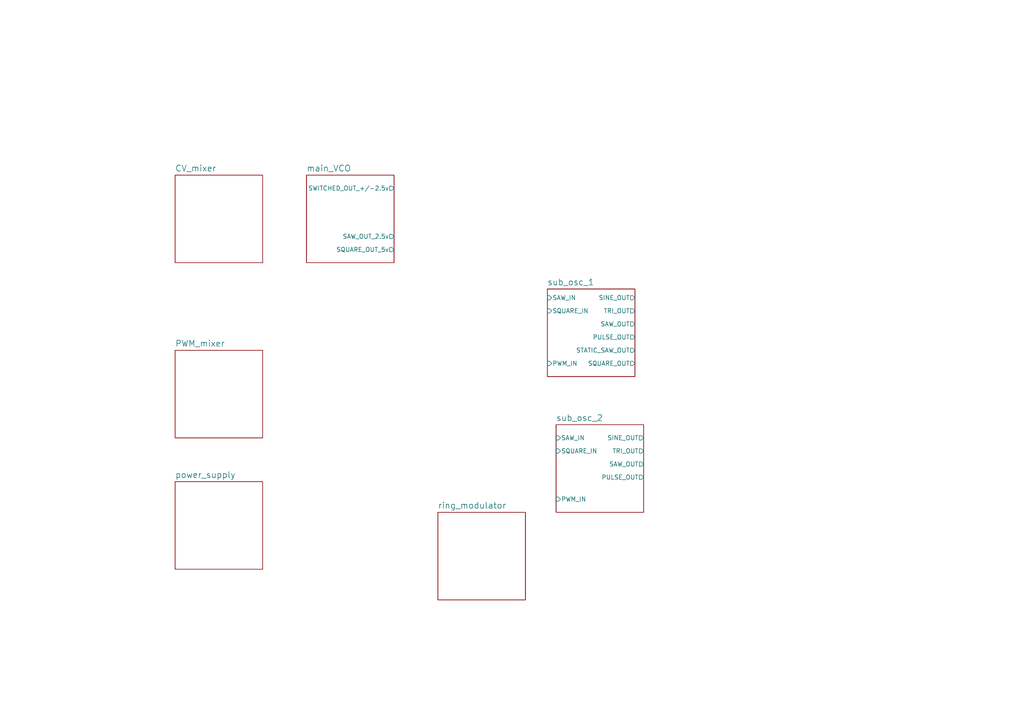
<source format=kicad_sch>
(kicad_sch (version 20211123) (generator eeschema)
  (paper "A4")
  (lib_symbols)
  (sheet (at 50.8 139.7) (size 25.4 25.4) (stroke (width 0.1524))
    (property "Sheet name" "power_supply" (at 50.8 138.7484 0) (effects (font (size 1.75 1.75)) (justify left bottom)))
    (property "Sheet file" "power_supply.kicad_sch" (effects hide))
  )
  (sheet (at 127 148.59) (size 25.4 25.4) (stroke (width 0.1524))
    (property "Sheet name" "ring_modulator" (at 127 147.6384 0) (effects (font (size 1.75 1.75)) (justify left bottom)))
    (property "Sheet file" "ring_modulator.kicad_sch" (effects hide))
  )
  (sheet (at 50.8 50.8) (size 25.4 25.4) (stroke (width 0.1524))
    (property "Sheet name" "CV_mixer" (at 50.8 49.8484 0) (effects (font (size 1.75 1.75)) (justify left bottom)))
    (property "Sheet file" "CV_mixer.kicad_sch" (effects hide))
  )
  (sheet (at 88.9 50.8) (size 25.4 25.4) (stroke (width 0.1524))
    (property "Sheet name" "main_VCO" (at 88.9 49.8484 0) (effects (font (size 1.75 1.75)) (justify left bottom)))
    (property "Sheet file" "main_VCO.kicad_sch" (effects hide))
    (pin "SWITCHED_OUT_+{slash}-2.5v" output (at 114.3 54.61 0))
    (pin "SQUARE_OUT_5v" output (at 114.3 72.39 0))
    (pin "SAW_OUT_2.5v" output (at 114.3 68.58 0))
  )
  (sheet (at 158.75 83.82) (size 25.4 25.4) (stroke (width 0.1524))
    (property "Sheet name" "sub_osc_1" (at 158.75 82.8684 0) (effects (font (size 1.75 1.75)) (justify left bottom)))
    (property "Sheet file" "sub_osc_1.kicad_sch" (effects hide))
    (pin "TRI_OUT" output (at 184.15 90.17 0))
    (pin "SAW_OUT" output (at 184.15 93.98 0))
    (pin "SINE_OUT" output (at 184.15 86.36 0))
    (pin "PULSE_OUT" output (at 184.15 97.79 0))
    (pin "SAW_IN" input (at 158.75 86.36 180))
    (pin "PWM_IN" input (at 158.75 105.41 180))
    (pin "SQUARE_OUT" output (at 184.15 105.41 0))
    (pin "SQUARE_IN" input (at 158.75 90.17 180))
    (pin "STATIC_SAW_OUT" output (at 184.15 101.6 0))
  )
  (sheet (at 161.29 123.19) (size 25.4 25.4) (stroke (width 0.1524))
    (property "Sheet name" "sub_osc_2" (at 161.29 122.2384 0) (effects (font (size 1.75 1.75)) (justify left bottom)))
    (property "Sheet file" "sub_osc_2.kicad_sch" (effects hide))
    (pin "TRI_OUT" output (at 186.69 130.81 0))
    (pin "SAW_OUT" output (at 186.69 134.62 0))
    (pin "SAW_IN" input (at 161.29 127 180))
    (pin "SINE_OUT" output (at 186.69 127 0))
    (pin "PULSE_OUT" output (at 186.69 138.43 0))
    (pin "PWM_IN" input (at 161.29 144.78 180))
    (pin "SQUARE_IN" input (at 161.29 130.81 180))
  )
  (sheet (at 50.8 101.6) (size 25.4 25.4) (stroke (width 0.1524))
    (property "Sheet name" "PWM_mixer" (at 50.8 100.6484 0) (effects (font (size 1.75 1.75)) (justify left bottom)))
    (property "Sheet file" "PWM_mixer.kicad_sch" (effects hide))
  )
)
</source>
